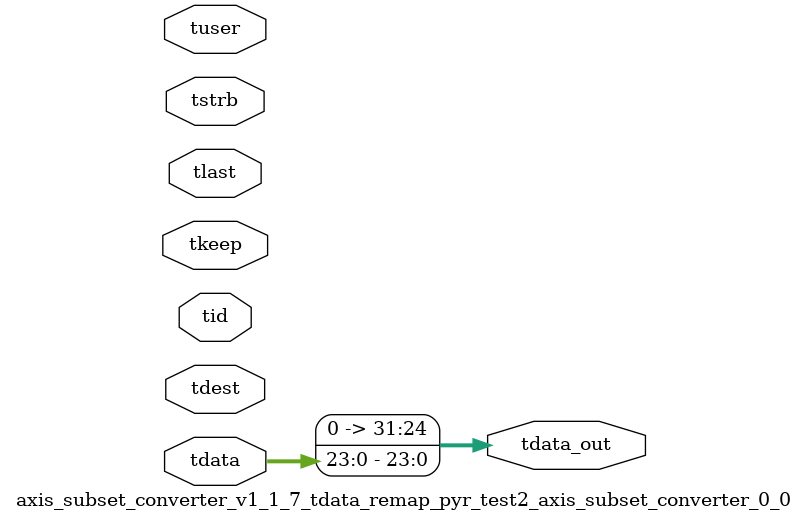
<source format=v>


`timescale 1ps/1ps

module axis_subset_converter_v1_1_7_tdata_remap_pyr_test2_axis_subset_converter_0_0 #
(
parameter C_S_AXIS_TDATA_WIDTH = 32,
parameter C_S_AXIS_TUSER_WIDTH = 0,
parameter C_S_AXIS_TID_WIDTH   = 0,
parameter C_S_AXIS_TDEST_WIDTH = 0,
parameter C_M_AXIS_TDATA_WIDTH = 32
)
(
input  [(C_S_AXIS_TDATA_WIDTH == 0 ? 1 : C_S_AXIS_TDATA_WIDTH)-1:0     ] tdata,
input  [(C_S_AXIS_TUSER_WIDTH == 0 ? 1 : C_S_AXIS_TUSER_WIDTH)-1:0     ] tuser,
input  [(C_S_AXIS_TID_WIDTH   == 0 ? 1 : C_S_AXIS_TID_WIDTH)-1:0       ] tid,
input  [(C_S_AXIS_TDEST_WIDTH == 0 ? 1 : C_S_AXIS_TDEST_WIDTH)-1:0     ] tdest,
input  [(C_S_AXIS_TDATA_WIDTH/8)-1:0 ] tkeep,
input  [(C_S_AXIS_TDATA_WIDTH/8)-1:0 ] tstrb,
input                                                                    tlast,
output [C_M_AXIS_TDATA_WIDTH-1:0] tdata_out
);

assign tdata_out = {8'b00000000,tdata[23:0]};

endmodule


</source>
